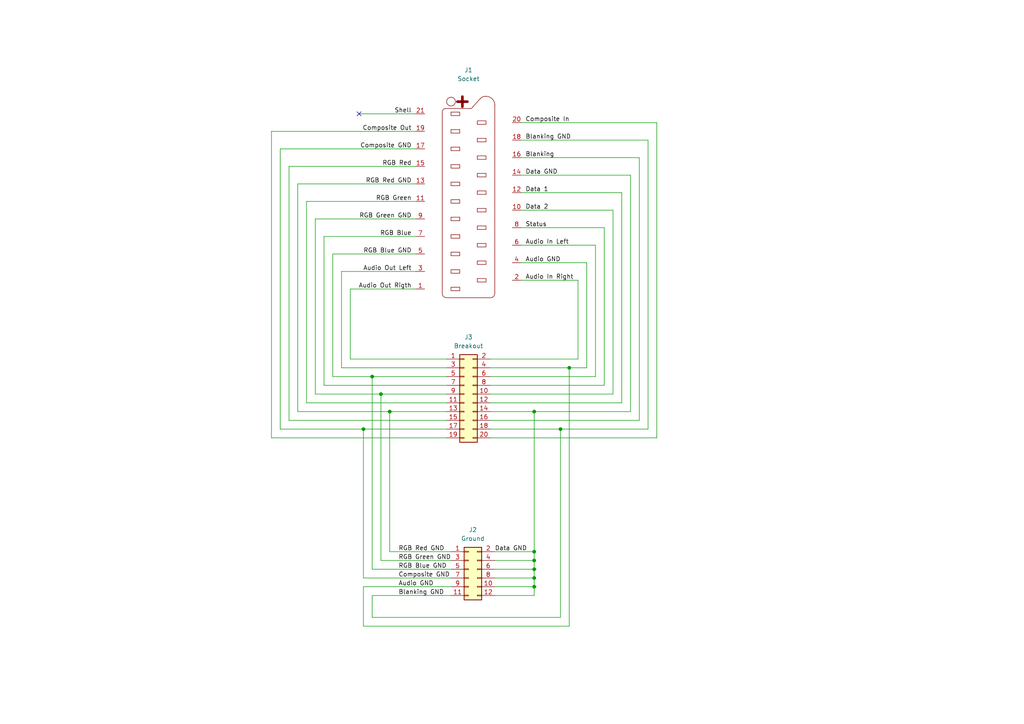
<source format=kicad_sch>
(kicad_sch (version 20250114) (generator "eeschema") (generator_version "9.0")
  (paper "A4")
  (lib_symbols
    (symbol "Connector:SCART-F" (pin_names (offset 0.762) (hide yes))
      (property "Reference" "J" (at 0 31.75 0))
      (property "Value" "SCART-F" (at 1.016 -29.21 0))
      (symbol "SCART-F_0_1"
        (polyline (pts (xy -7.62 24.6634) (xy -7.62 25.9334)))
        (polyline (pts (xy -7.62 24.6634) (xy -7.62 24.13)))
        (polyline (pts (xy -7.62 22.86) (xy -7.62 24.13)))
        (polyline (pts (xy -7.62 22.86) (xy -7.62 -26.67)))
        (polyline (pts (xy -6.604 26.9494) (xy 0.508 26.9494)))
        (arc (start -7.62 25.9334) (mid -7.3224 26.6518) (end -6.604 26.9494))
        (polyline (pts (xy -6.35 -27.94) (xy 6.35 -27.94)))
        (arc (start -6.35 -27.94) (mid -7.248 -27.568) (end -7.62 -26.67))
        (circle (center -5.08 28.956) (radius 1.27))
        (rectangle (start -5.08 25.908) (end -2.54 24.892))
        (rectangle (start -5.08 20.828) (end -2.54 19.812))
        (rectangle (start -5.08 15.748) (end -2.54 14.732))
        (rectangle (start -5.08 10.668) (end -2.54 9.652))
        (rectangle (start -5.08 5.588) (end -2.54 4.572))
        (rectangle (start -5.08 0.508) (end -2.54 -0.508))
        (rectangle (start -5.08 -4.572) (end -2.54 -5.588))
        (rectangle (start -5.08 -9.652) (end -2.54 -10.668))
        (rectangle (start -5.08 -14.732) (end -2.54 -15.748))
        (rectangle (start -5.08 -19.812) (end -2.54 -20.828))
        (rectangle (start -5.08 -24.892) (end -2.54 -25.908))
        (arc (start 1.2192 27.4574) (mid 0.955 27.0688) (end 0.508 26.924))
        (rectangle (start 2.54 23.368) (end 5.08 22.352))
        (rectangle (start 2.54 18.288) (end 5.08 17.272))
        (rectangle (start 2.54 13.208) (end 5.08 12.192))
        (rectangle (start 2.54 8.128) (end 5.08 7.112))
        (rectangle (start 2.54 3.048) (end 5.08 2.032))
        (rectangle (start 2.54 -2.032) (end 5.08 -3.048))
        (rectangle (start 2.54 -7.112) (end 5.08 -8.128))
        (rectangle (start 2.54 -12.192) (end 5.08 -13.208))
        (rectangle (start 2.54 -17.272) (end 5.08 -18.288))
        (rectangle (start 2.54 -22.352) (end 5.08 -23.368))
        (polyline (pts (xy 3.302 29.718) (xy 1.27 27.432)))
        (arc (start 3.3782 29.6926) (mid 4.0004 30.2733) (end 4.826 30.48))
        (polyline (pts (xy 4.826 30.48) (xy 5.08 30.48)))
        (arc (start 5.08 30.48) (mid 6.8761 29.7361) (end 7.62 27.94))
        (arc (start 7.62 -26.67) (mid 7.248 -27.568) (end 6.35 -27.94))
        (polyline (pts (xy 7.62 -26.67) (xy 7.62 28.2194)))
        (text "+" (at -1.778 29.21 0) (effects (font (size 3.81 3.81) (bold yes))))
      )
      (symbol "SCART-F_1_1"
        (pin passive line (at -15.24 25.4 0) (length 2.54) (name "P21") (number "21"))
        (pin passive line (at -15.24 20.32 0) (length 2.54) (name "P19") (number "19"))
        (pin passive line (at -15.24 15.24 0) (length 2.54) (name "P17") (number "17"))
        (pin passive line (at -15.24 10.16 0) (length 2.54) (name "P15") (number "15"))
        (pin passive line (at -15.24 5.08 0) (length 2.54) (name "P13") (number "13"))
        (pin passive line (at -15.24 0 0) (length 2.54) (name "P11") (number "11"))
        (pin passive line (at -15.24 -5.08 0) (length 2.54) (name "P9") (number "9"))
        (pin passive line (at -15.24 -10.16 0) (length 2.54) (name "P7") (number "7"))
        (pin passive line (at -15.24 -15.24 0) (length 2.54) (name "P5") (number "5"))
        (pin passive line (at -15.24 -20.32 0) (length 2.54) (name "P3") (number "3"))
        (pin passive line (at -15.24 -25.4 0) (length 2.54) (name "P1") (number "1"))
        (pin passive line (at 15.24 22.86 180) (length 2.54) (name "P20") (number "20"))
        (pin passive line (at 15.24 17.78 180) (length 2.54) (name "P18") (number "18"))
        (pin passive line (at 15.24 12.7 180) (length 2.54) (name "P16") (number "16"))
        (pin passive line (at 15.24 7.62 180) (length 2.54) (name "P14") (number "14"))
        (pin passive line (at 15.24 2.54 180) (length 2.54) (name "P12") (number "12"))
        (pin passive line (at 15.24 -2.54 180) (length 2.54) (name "P10") (number "10"))
        (pin passive line (at 15.24 -7.62 180) (length 2.54) (name "P8") (number "8"))
        (pin passive line (at 15.24 -12.7 180) (length 2.54) (name "P6") (number "6"))
        (pin passive line (at 15.24 -17.78 180) (length 2.54) (name "P4") (number "4"))
        (pin passive line (at 15.24 -22.86 180) (length 2.54) (name "P2") (number "2"))
      )
    )
    (symbol "Connector_Generic:Conn_02x06_Odd_Even" (pin_names (offset 1.016) (hide yes))
      (property "Reference" "J" (at 1.27 7.62 0))
      (property "Value" "Conn_02x06_Odd_Even" (at 1.27 -10.16 0))
      (symbol "Conn_02x06_Odd_Even_1_1"
        (rectangle (start -1.27 6.35) (end 3.81 -8.89) (stroke (width 0.254)) (fill (type background)))
        (rectangle (start -1.27 5.207) (end 0 4.953) (stroke (width 0.1524)))
        (rectangle (start -1.27 2.667) (end 0 2.413) (stroke (width 0.1524)))
        (rectangle (start -1.27 0.127) (end 0 -0.127) (stroke (width 0.1524)))
        (rectangle (start -1.27 -2.413) (end 0 -2.667) (stroke (width 0.1524)))
        (rectangle (start -1.27 -4.953) (end 0 -5.207) (stroke (width 0.1524)))
        (rectangle (start -1.27 -7.493) (end 0 -7.747) (stroke (width 0.1524)))
        (rectangle (start 3.81 5.207) (end 2.54 4.953) (stroke (width 0.1524)))
        (rectangle (start 3.81 2.667) (end 2.54 2.413) (stroke (width 0.1524)))
        (rectangle (start 3.81 0.127) (end 2.54 -0.127) (stroke (width 0.1524)))
        (rectangle (start 3.81 -2.413) (end 2.54 -2.667) (stroke (width 0.1524)))
        (rectangle (start 3.81 -4.953) (end 2.54 -5.207) (stroke (width 0.1524)))
        (rectangle (start 3.81 -7.493) (end 2.54 -7.747) (stroke (width 0.1524)))
        (pin passive line (at -5.08 5.08 0) (length 3.81) (name "Pin_1") (number "1"))
        (pin passive line (at -5.08 2.54 0) (length 3.81) (name "Pin_3") (number "3"))
        (pin passive line (at -5.08 0 0) (length 3.81) (name "Pin_5") (number "5"))
        (pin passive line (at -5.08 -2.54 0) (length 3.81) (name "Pin_7") (number "7"))
        (pin passive line (at -5.08 -5.08 0) (length 3.81) (name "Pin_9") (number "9"))
        (pin passive line (at -5.08 -7.62 0) (length 3.81) (name "Pin_11") (number "11"))
        (pin passive line (at 7.62 5.08 180) (length 3.81) (name "Pin_2") (number "2"))
        (pin passive line (at 7.62 2.54 180) (length 3.81) (name "Pin_4") (number "4"))
        (pin passive line (at 7.62 0 180) (length 3.81) (name "Pin_6") (number "6"))
        (pin passive line (at 7.62 -2.54 180) (length 3.81) (name "Pin_8") (number "8"))
        (pin passive line (at 7.62 -5.08 180) (length 3.81) (name "Pin_10") (number "10"))
        (pin passive line (at 7.62 -7.62 180) (length 3.81) (name "Pin_12") (number "12"))
      )
    )
    (symbol "Connector_Generic:Conn_02x10_Odd_Even" (pin_names (offset 1.016) (hide yes))
      (property "Reference" "J" (at 1.27 12.7 0))
      (property "Value" "Conn_02x10_Odd_Even" (at 1.27 -15.24 0))
      (symbol "Conn_02x10_Odd_Even_1_1"
        (rectangle (start -1.27 11.43) (end 3.81 -13.97) (stroke (width 0.254)) (fill (type background)))
        (rectangle (start -1.27 10.287) (end 0 10.033) (stroke (width 0.1524)))
        (rectangle (start -1.27 7.747) (end 0 7.493) (stroke (width 0.1524)))
        (rectangle (start -1.27 5.207) (end 0 4.953) (stroke (width 0.1524)))
        (rectangle (start -1.27 2.667) (end 0 2.413) (stroke (width 0.1524)))
        (rectangle (start -1.27 0.127) (end 0 -0.127) (stroke (width 0.1524)))
        (rectangle (start -1.27 -2.413) (end 0 -2.667) (stroke (width 0.1524)))
        (rectangle (start -1.27 -4.953) (end 0 -5.207) (stroke (width 0.1524)))
        (rectangle (start -1.27 -7.493) (end 0 -7.747) (stroke (width 0.1524)))
        (rectangle (start -1.27 -10.033) (end 0 -10.287) (stroke (width 0.1524)))
        (rectangle (start -1.27 -12.573) (end 0 -12.827) (stroke (width 0.1524)))
        (rectangle (start 3.81 10.287) (end 2.54 10.033) (stroke (width 0.1524)))
        (rectangle (start 3.81 7.747) (end 2.54 7.493) (stroke (width 0.1524)))
        (rectangle (start 3.81 5.207) (end 2.54 4.953) (stroke (width 0.1524)))
        (rectangle (start 3.81 2.667) (end 2.54 2.413) (stroke (width 0.1524)))
        (rectangle (start 3.81 0.127) (end 2.54 -0.127) (stroke (width 0.1524)))
        (rectangle (start 3.81 -2.413) (end 2.54 -2.667) (stroke (width 0.1524)))
        (rectangle (start 3.81 -4.953) (end 2.54 -5.207) (stroke (width 0.1524)))
        (rectangle (start 3.81 -7.493) (end 2.54 -7.747) (stroke (width 0.1524)))
        (rectangle (start 3.81 -10.033) (end 2.54 -10.287) (stroke (width 0.1524)))
        (rectangle (start 3.81 -12.573) (end 2.54 -12.827) (stroke (width 0.1524)))
        (pin passive line (at -5.08 10.16 0) (length 3.81) (name "Pin_1") (number "1"))
        (pin passive line (at -5.08 7.62 0) (length 3.81) (name "Pin_3") (number "3"))
        (pin passive line (at -5.08 5.08 0) (length 3.81) (name "Pin_5") (number "5"))
        (pin passive line (at -5.08 2.54 0) (length 3.81) (name "Pin_7") (number "7"))
        (pin passive line (at -5.08 0 0) (length 3.81) (name "Pin_9") (number "9"))
        (pin passive line (at -5.08 -2.54 0) (length 3.81) (name "Pin_11") (number "11"))
        (pin passive line (at -5.08 -5.08 0) (length 3.81) (name "Pin_13") (number "13"))
        (pin passive line (at -5.08 -7.62 0) (length 3.81) (name "Pin_15") (number "15"))
        (pin passive line (at -5.08 -10.16 0) (length 3.81) (name "Pin_17") (number "17"))
        (pin passive line (at -5.08 -12.7 0) (length 3.81) (name "Pin_19") (number "19"))
        (pin passive line (at 7.62 10.16 180) (length 3.81) (name "Pin_2") (number "2"))
        (pin passive line (at 7.62 7.62 180) (length 3.81) (name "Pin_4") (number "4"))
        (pin passive line (at 7.62 5.08 180) (length 3.81) (name "Pin_6") (number "6"))
        (pin passive line (at 7.62 2.54 180) (length 3.81) (name "Pin_8") (number "8"))
        (pin passive line (at 7.62 0 180) (length 3.81) (name "Pin_10") (number "10"))
        (pin passive line (at 7.62 -2.54 180) (length 3.81) (name "Pin_12") (number "12"))
        (pin passive line (at 7.62 -5.08 180) (length 3.81) (name "Pin_14") (number "14"))
        (pin passive line (at 7.62 -7.62 180) (length 3.81) (name "Pin_16") (number "16"))
        (pin passive line (at 7.62 -10.16 180) (length 3.81) (name "Pin_18") (number "18"))
        (pin passive line (at 7.62 -12.7 180) (length 3.81) (name "Pin_20") (number "20"))
      )
    )
  )
  (junction (at 154.94 162.56))
  (junction (at 105.41 124.46))
  (junction (at 165.1 106.68))
  (junction (at 154.94 165.1))
  (junction (at 110.49 114.3))
  (junction (at 107.95 109.22))
  (junction (at 162.56 124.46))
  (junction (at 113.03 119.38))
  (junction (at 154.94 167.64))
  (junction (at 154.94 160.02))
  (junction (at 154.94 119.38))
  (junction (at 154.94 170.18))
  (no_connect (at 104.14 33.02))
  (wire (pts (xy 154.94 170.18) (xy 155.575 170.18)))
  (wire (pts (xy 129.54 104.14) (xy 101.6 104.14)))
  (wire (pts (xy 172.72 109.22) (xy 172.72 71.12)))
  (wire (pts (xy 88.9 58.42) (xy 120.65 58.42)))
  (wire (pts (xy 105.41 167.64) (xy 105.41 124.46)))
  (wire (pts (xy 142.24 119.38) (xy 154.94 119.38)))
  (wire (pts (xy 162.56 124.46) (xy 162.56 179.07)))
  (wire (pts (xy 110.49 114.3) (xy 129.54 114.3)))
  (wire (pts (xy 143.51 170.18) (xy 154.94 170.18)))
  (wire (pts (xy 151.13 55.88) (xy 180.34 55.88)))
  (wire (pts (xy 101.6 104.14) (xy 101.6 83.82)))
  (wire (pts (xy 107.95 109.22) (xy 129.54 109.22)))
  (wire (pts (xy 88.9 116.84) (xy 129.54 116.84)))
  (wire (pts (xy 81.28 124.46) (xy 105.41 124.46)))
  (wire (pts (xy 91.44 114.3) (xy 110.49 114.3)))
  (wire (pts (xy 165.1 106.68) (xy 142.24 106.68)))
  (wire (pts (xy 167.64 104.14) (xy 142.24 104.14)))
  (wire (pts (xy 129.54 111.76) (xy 93.98 111.76)))
  (wire (pts (xy 151.13 35.56) (xy 190.5 35.56)))
  (wire (pts (xy 91.44 63.5) (xy 91.44 114.3)))
  (wire (pts (xy 110.49 162.56) (xy 110.49 114.3)))
  (wire (pts (xy 130.81 172.72) (xy 107.95 172.72)))
  (wire (pts (xy 96.52 73.66) (xy 96.52 109.22)))
  (wire (pts (xy 99.06 106.68) (xy 99.06 78.74)))
  (wire (pts (xy 143.51 167.64) (xy 154.94 167.64)))
  (wire (pts (xy 180.34 116.84) (xy 180.34 55.88)))
  (wire (pts (xy 83.82 121.92) (xy 83.82 48.26)))
  (wire (pts (xy 86.36 53.34) (xy 86.36 119.38)))
  (wire (pts (xy 93.98 68.58) (xy 120.65 68.58)))
  (wire (pts (xy 93.98 111.76) (xy 93.98 68.58)))
  (wire (pts (xy 154.94 170.18) (xy 154.94 167.64)))
  (wire (pts (xy 96.52 73.66) (xy 120.65 73.66)))
  (wire (pts (xy 142.24 111.76) (xy 175.26 111.76)))
  (wire (pts (xy 151.13 60.96) (xy 177.8 60.96)))
  (wire (pts (xy 151.13 76.2) (xy 170.18 76.2)))
  (wire (pts (xy 151.13 81.28) (xy 167.64 81.28)))
  (wire (pts (xy 113.03 160.02) (xy 130.81 160.02)))
  (wire (pts (xy 187.96 40.64) (xy 187.96 124.46)))
  (wire (pts (xy 151.13 66.04) (xy 175.26 66.04)))
  (wire (pts (xy 154.94 165.1) (xy 155.575 165.1)))
  (wire (pts (xy 130.81 162.56) (xy 110.49 162.56)))
  (wire (pts (xy 105.41 170.18) (xy 105.41 181.61)))
  (wire (pts (xy 96.52 109.22) (xy 107.95 109.22)))
  (wire (pts (xy 86.36 53.34) (xy 120.65 53.34)))
  (wire (pts (xy 151.13 50.8) (xy 182.88 50.8)))
  (wire (pts (xy 91.44 63.5) (xy 120.65 63.5)))
  (wire (pts (xy 113.03 160.02) (xy 113.03 119.38)))
  (wire (pts (xy 170.18 76.2) (xy 170.18 106.68)))
  (wire (pts (xy 143.51 172.72) (xy 154.94 172.72)))
  (wire (pts (xy 177.8 60.96) (xy 177.8 114.3)))
  (wire (pts (xy 154.94 119.38) (xy 154.94 160.02)))
  (wire (pts (xy 143.51 162.56) (xy 154.94 162.56)))
  (wire (pts (xy 170.18 106.68) (xy 165.1 106.68)))
  (wire (pts (xy 81.28 43.18) (xy 120.65 43.18)))
  (wire (pts (xy 130.81 167.64) (xy 105.41 167.64)))
  (wire (pts (xy 129.54 127) (xy 78.74 127)))
  (wire (pts (xy 105.41 124.46) (xy 129.54 124.46)))
  (wire (pts (xy 143.51 165.1) (xy 154.94 165.1)))
  (wire (pts (xy 88.9 116.84) (xy 88.9 58.42)))
  (wire (pts (xy 142.24 124.46) (xy 162.56 124.46)))
  (wire (pts (xy 165.1 181.61) (xy 165.1 106.68)))
  (wire (pts (xy 107.95 109.22) (xy 107.95 165.1)))
  (wire (pts (xy 107.95 179.07) (xy 162.56 179.07)))
  (wire (pts (xy 99.06 78.74) (xy 120.65 78.74)))
  (wire (pts (xy 81.28 43.18) (xy 81.28 124.46)))
  (wire (pts (xy 78.74 38.1) (xy 120.65 38.1)))
  (wire (pts (xy 182.88 119.38) (xy 182.88 50.8)))
  (wire (pts (xy 142.24 109.22) (xy 172.72 109.22)))
  (wire (pts (xy 120.65 33.02) (xy 104.14 33.02)))
  (wire (pts (xy 130.81 165.1) (xy 107.95 165.1)))
  (wire (pts (xy 162.56 124.46) (xy 187.96 124.46)))
  (wire (pts (xy 101.6 83.82) (xy 120.65 83.82)))
  (wire (pts (xy 177.8 114.3) (xy 142.24 114.3)))
  (wire (pts (xy 78.74 127) (xy 78.74 38.1)))
  (wire (pts (xy 175.26 111.76) (xy 175.26 66.04)))
  (wire (pts (xy 129.54 121.92) (xy 83.82 121.92)))
  (wire (pts (xy 151.13 71.12) (xy 172.72 71.12)))
  (wire (pts (xy 130.81 170.18) (xy 105.41 170.18)))
  (wire (pts (xy 107.95 172.72) (xy 107.95 179.07)))
  (wire (pts (xy 83.82 48.26) (xy 120.65 48.26)))
  (wire (pts (xy 154.94 119.38) (xy 182.88 119.38)))
  (wire (pts (xy 167.64 81.28) (xy 167.64 104.14)))
  (wire (pts (xy 142.24 121.92) (xy 185.42 121.92)))
  (wire (pts (xy 185.42 121.92) (xy 185.42 45.72)))
  (wire (pts (xy 154.94 167.64) (xy 154.94 165.1)))
  (wire (pts (xy 142.24 127) (xy 190.5 127)))
  (wire (pts (xy 154.94 172.72) (xy 154.94 170.18)))
  (wire (pts (xy 142.24 116.84) (xy 180.34 116.84)))
  (wire (pts (xy 154.94 162.56) (xy 154.94 160.02)))
  (wire (pts (xy 113.03 119.38) (xy 129.54 119.38)))
  (wire (pts (xy 105.41 181.61) (xy 165.1 181.61)))
  (wire (pts (xy 86.36 119.38) (xy 113.03 119.38)))
  (wire (pts (xy 151.13 40.64) (xy 187.96 40.64)))
  (wire (pts (xy 129.54 106.68) (xy 99.06 106.68)))
  (wire (pts (xy 154.94 165.1) (xy 154.94 162.56)))
  (wire (pts (xy 151.13 45.72) (xy 185.42 45.72)))
  (wire (pts (xy 143.51 160.02) (xy 154.94 160.02)))
  (wire (pts (xy 190.5 127) (xy 190.5 35.56)))
  (label "RGB Red" (at 119.38 48.26 180))
  (label "Data 2" (at 152.4 60.96 0))
  (label "Audio GND" (at 115.57 170.18 0))
  (label "Blanking" (at 152.4 45.72 0))
  (label "Audio In Right" (at 152.4 81.28 0))
  (label "Shell" (at 119.38 33.02 180))
  (label "Audio Out Rigth" (at 119.38 83.82 180))
  (label "RGB Blue GND" (at 119.38 73.66 180))
  (label "Composite In" (at 152.4 35.56 0))
  (label "RGB Blue GND" (at 115.57 165.1 0))
  (label "RGB Green" (at 119.38 58.42 180))
  (label "RGB Red GND" (at 119.38 53.34 180))
  (label "Data GND" (at 152.4074 50.8 0))
  (label "Composite Out" (at 119.38 38.1 180))
  (label "Composite GND" (at 119.38 43.18 180))
  (label "Audio Out Left" (at 119.38 78.74 180))
  (label "Data GND" (at 143.51 160.02 0))
  (label "Blanking GND" (at 152.4 40.64 0))
  (label "Composite GND" (at 115.57 167.64 0))
  (label "RGB Red GND" (at 115.57 160.02 0))
  (label "RGB Green GND" (at 115.57 162.56 0))
  (label "RGB Green GND" (at 119.38 63.5 180))
  (label "Status" (at 152.4 66.04 0))
  (label "Blanking GND" (at 115.57 172.72 0))
  (label "Audio In Left" (at 152.4 71.12 0))
  (label "Data 1" (at 152.4 55.88 0))
  (label "Audio GND" (at 152.4 76.2 0))
  (label "RGB Blue" (at 119.38 68.58 180))
  (symbol (lib_id "Connector_Generic:Conn_02x10_Odd_Even") (at 134.62 114.3 0) (unit 1)
    (property "Reference" "J3" (at 135.89 97.79 0))
    (property "Value" "Breakout" (at 135.89 100.33 0))
    (property "Footprint" "Connector_PinSocket_2.54mm:PinSocket_2x10_P2.54mm_Vertical" (effects (hide yes)))
    (property "Description" "Generic connector, double row, 02x10, odd/even pin numbering scheme (row 1 odd numbers, row 2 even numbers), script generated (kicad-library-utils/schlib/autogen/connector/)" (effects (hide yes)))
  )
  (symbol (lib_id "Connector:SCART-F") (at 135.89 58.42 0) (unit 1)
    (property "Reference" "J1" (at 135.89 20.32 0))
    (property "Value" "Socket" (at 135.89 22.86 0))
    (property "Footprint" "T-Pau:SCART" (effects (hide yes)))
    (property "Description" "Prise Peritel" (effects (hide yes)))
  )
  (symbol (lib_id "Connector_Generic:Conn_02x06_Odd_Even") (at 135.89 165.1 0) (unit 1)
    (property "Reference" "J2" (at 137.16 153.67 0))
    (property "Value" "Ground" (at 137.16 156.21 0))
    (property "Footprint" "Connector_PinSocket_2.54mm:PinSocket_2x06_P2.54mm_Vertical" (effects (hide yes)))
    (property "Description" "Generic connector, double row, 02x06, odd/even pin numbering scheme (row 1 odd numbers, row 2 even numbers), script generated (kicad-library-utils/schlib/autogen/connector/)" (effects (hide yes)))
  )
)
</source>
